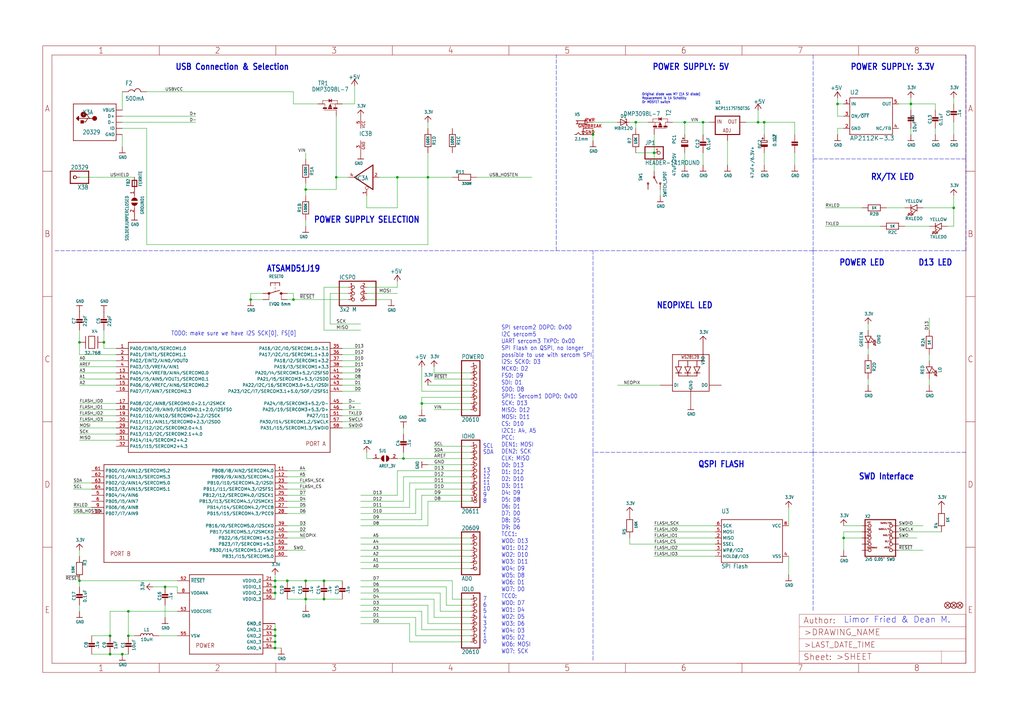
<source format=kicad_sch>
(kicad_sch (version 20211123) (generator eeschema)
  (paper "User" 425.45 299.161)
  (junction (at 104.14 124.46))
  (junction (at 127 78.74))
  (junction (at 33.02 241.3))
  (junction (at 350.52 223.52))
  (junction (at 167.64 190.5))
  (junction (at 165.1 73.66))
  (junction (at 127 248.92))
  (junction (at 177.8 73.66))
  (junction (at 114.3 261.62))
  (junction (at 264.16 50.8))
  (junction (at 114.3 243.84))
  (junction (at 119.38 241.3))
  (junction (at 347.98 43.18))
  (junction (at 33.02 142.24))
  (junction (at 43.18 142.24))
  (junction (at 114.3 241.3))
  (junction (at 271.78 63.5))
  (junction (at 45.72 271.78))
  (junction (at 284.48 50.8))
  (junction (at 114.3 269.24))
  (junction (at 114.3 246.38))
  (junction (at 134.62 248.92))
  (junction (at 396.24 86.36))
  (junction (at 314.96 50.8))
  (junction (at 378.46 43.18))
  (junction (at 139.7 73.66))
  (junction (at 246.38 55.88))
  (junction (at 317.5 50.8))
  (junction (at 127 241.3))
  (junction (at 114.3 264.16))
  (junction (at 68.58 243.84))
  (junction (at 53.34 254))
  (junction (at 53.34 264.16))
  (junction (at 45.72 264.16))
  (junction (at 50.8 271.78))
  (junction (at 175.26 167.64))
  (junction (at 114.3 266.7))
  (junction (at 121.92 124.46))
  (junction (at 292.1 50.8))
  (junction (at 134.62 241.3))
  (wire (pts (xy 144.78 73.66) (xy 139.7 73.66)))
  (wire (pts (xy 246.38 50.8) (xy 256.54 50.8)))
  (wire (pts (xy 373.38 223.52) (xy 381 223.52)))
  (wire (pts (xy 378.46 53.34) (xy 378.46 55.88)))
  (wire (pts (xy 121.92 43.18) (xy 132.08 43.18)))
  (wire (pts (xy 114.3 246.38) (xy 114.3 243.84)))
  (wire (pts (xy 68.58 243.84) (xy 73.66 243.84)))
  (wire (pts (xy 38.1 210.82) (xy 30.48 210.82)))
  (wire (pts (xy 170.18 210.82) (xy 149.86 210.82)))
  (wire (pts (xy 195.58 162.56) (xy 175.26 162.56)))
  (wire (pts (xy 53.34 254) (xy 53.34 264.16)))
  (wire (pts (xy 68.58 251.46) (xy 68.58 256.54)))
  (wire (pts (xy 38.1 264.16) (xy 45.72 264.16)))
  (wire (pts (xy 33.02 254) (xy 33.02 251.46)))
  (wire (pts (xy 347.98 40.64) (xy 347.98 43.18)))
  (wire (pts (xy 187.96 241.3) (xy 187.96 248.92)))
  (wire (pts (xy 121.92 121.92) (xy 121.92 124.46)))
  (polyline (pts (xy 337.82 187.96) (xy 246.38 187.96)))
  (wire (pts (xy 360.68 134.62) (xy 360.68 137.16)))
  (wire (pts (xy 147.32 43.18) (xy 147.32 35.56)))
  (wire (pts (xy 142.24 149.86) (xy 149.86 149.86)))
  (polyline (pts (xy 401.32 187.96) (xy 337.82 187.96)))
  (polyline (pts (xy 337.82 104.14) (xy 337.82 187.96)))
  (wire (pts (xy 297.18 228.6) (xy 271.78 228.6)))
  (wire (pts (xy 180.34 157.48) (xy 195.58 157.48)))
  (wire (pts (xy 119.38 228.6) (xy 127 228.6)))
  (wire (pts (xy 60.96 101.6) (xy 177.8 101.6)))
  (wire (pts (xy 119.38 203.2) (xy 127 203.2)))
  (wire (pts (xy 38.1 213.36) (xy 30.48 213.36)))
  (wire (pts (xy 139.7 78.74) (xy 139.7 73.66)))
  (wire (pts (xy 317.5 50.8) (xy 330.2 50.8)))
  (wire (pts (xy 114.3 259.08) (xy 114.3 261.62)))
  (wire (pts (xy 195.58 231.14) (xy 149.86 231.14)))
  (wire (pts (xy 393.7 93.98) (xy 396.24 93.98)))
  (wire (pts (xy 114.3 248.92) (xy 114.3 246.38)))
  (wire (pts (xy 50.8 55.88) (xy 50.8 60.96)))
  (wire (pts (xy 48.26 177.8) (xy 33.02 177.8)))
  (wire (pts (xy 45.72 254) (xy 45.72 264.16)))
  (polyline (pts (xy 246.38 104.14) (xy 231.14 104.14)))
  (wire (pts (xy 180.34 248.92) (xy 149.86 248.92)))
  (wire (pts (xy 292.1 63.5) (xy 292.1 68.58)))
  (wire (pts (xy 165.1 86.36) (xy 165.1 73.66)))
  (wire (pts (xy 175.26 205.74) (xy 175.26 215.9)))
  (wire (pts (xy 302.26 68.58) (xy 302.26 58.42)))
  (wire (pts (xy 330.2 63.5) (xy 330.2 68.58)))
  (wire (pts (xy 378.46 43.18) (xy 378.46 45.72)))
  (wire (pts (xy 73.66 243.84) (xy 73.66 246.38)))
  (wire (pts (xy 50.8 50.8) (xy 81.28 50.8)))
  (wire (pts (xy 60.96 53.34) (xy 60.96 101.6)))
  (wire (pts (xy 292.1 50.8) (xy 284.48 50.8)))
  (wire (pts (xy 149.86 233.68) (xy 195.58 233.68)))
  (wire (pts (xy 127 241.3) (xy 134.62 241.3)))
  (wire (pts (xy 358.14 86.36) (xy 342.9 86.36)))
  (wire (pts (xy 350.52 53.34) (xy 347.98 53.34)))
  (wire (pts (xy 358.14 223.52) (xy 350.52 223.52)))
  (wire (pts (xy 317.5 63.5) (xy 317.5 68.58)))
  (wire (pts (xy 368.3 86.36) (xy 375.92 86.36)))
  (wire (pts (xy 137.16 134.62) (xy 149.86 134.62)))
  (wire (pts (xy 48.26 160.02) (xy 33.02 160.02)))
  (wire (pts (xy 297.18 223.52) (xy 271.78 223.52)))
  (wire (pts (xy 350.52 220.98) (xy 350.52 223.52)))
  (wire (pts (xy 162.56 124.46) (xy 152.4 124.46)))
  (polyline (pts (xy 22.86 104.14) (xy 231.14 104.14)))
  (polyline (pts (xy 401.32 66.04) (xy 401.32 104.14)))
  (wire (pts (xy 388.62 53.34) (xy 388.62 55.88)))
  (wire (pts (xy 383.54 86.36) (xy 396.24 86.36)))
  (wire (pts (xy 149.86 218.44) (xy 177.8 218.44)))
  (wire (pts (xy 109.22 121.92) (xy 104.14 121.92)))
  (wire (pts (xy 152.4 86.36) (xy 165.1 86.36)))
  (wire (pts (xy 175.26 152.4) (xy 175.26 162.56)))
  (wire (pts (xy 264.16 53.34) (xy 264.16 50.8)))
  (wire (pts (xy 149.86 241.3) (xy 187.96 241.3)))
  (wire (pts (xy 185.42 243.84) (xy 149.86 243.84)))
  (wire (pts (xy 149.86 205.74) (xy 165.1 205.74)))
  (wire (pts (xy 182.88 246.38) (xy 182.88 254)))
  (wire (pts (xy 33.02 228.6) (xy 33.02 231.14)))
  (wire (pts (xy 109.22 124.46) (xy 104.14 124.46)))
  (wire (pts (xy 45.72 271.78) (xy 38.1 271.78)))
  (wire (pts (xy 119.38 220.98) (xy 127 220.98)))
  (wire (pts (xy 104.14 121.92) (xy 104.14 124.46)))
  (wire (pts (xy 165.1 73.66) (xy 177.8 73.66)))
  (wire (pts (xy 195.58 256.54) (xy 180.34 256.54)))
  (wire (pts (xy 142.24 147.32) (xy 149.86 147.32)))
  (wire (pts (xy 149.86 256.54) (xy 172.72 256.54)))
  (wire (pts (xy 165.1 119.38) (xy 152.4 119.38)))
  (wire (pts (xy 177.8 218.44) (xy 177.8 208.28)))
  (wire (pts (xy 33.02 243.84) (xy 33.02 241.3)))
  (wire (pts (xy 177.8 251.46) (xy 177.8 259.08)))
  (wire (pts (xy 127 93.98) (xy 127 91.44)))
  (wire (pts (xy 358.14 218.44) (xy 350.52 218.44)))
  (wire (pts (xy 167.64 198.12) (xy 195.58 198.12)))
  (polyline (pts (xy 401.32 22.86) (xy 401.32 66.04)))
  (wire (pts (xy 119.38 195.58) (xy 127 195.58)))
  (wire (pts (xy 142.24 154.94) (xy 149.86 154.94)))
  (wire (pts (xy 360.68 157.48) (xy 360.68 160.02)))
  (wire (pts (xy 114.3 243.84) (xy 114.3 241.3)))
  (polyline (pts (xy 337.82 66.04) (xy 401.32 66.04)))
  (wire (pts (xy 292.1 50.8) (xy 292.1 55.88)))
  (wire (pts (xy 175.26 261.62) (xy 175.26 254)))
  (wire (pts (xy 119.38 248.92) (xy 127 248.92)))
  (wire (pts (xy 116.84 269.24) (xy 114.3 269.24)))
  (wire (pts (xy 378.46 43.18) (xy 388.62 43.18)))
  (wire (pts (xy 53.34 271.78) (xy 50.8 271.78)))
  (wire (pts (xy 48.26 175.26) (xy 33.02 175.26)))
  (wire (pts (xy 149.86 251.46) (xy 177.8 251.46)))
  (wire (pts (xy 50.8 53.34) (xy 60.96 53.34)))
  (wire (pts (xy 114.3 261.62) (xy 114.3 264.16)))
  (wire (pts (xy 195.58 187.96) (xy 180.34 187.96)))
  (polyline (pts (xy 337.82 22.86) (xy 337.82 66.04)))
  (wire (pts (xy 48.26 154.94) (xy 33.02 154.94)))
  (wire (pts (xy 261.62 226.06) (xy 297.18 226.06)))
  (polyline (pts (xy 337.82 66.04) (xy 337.82 104.14)))
  (wire (pts (xy 271.78 63.5) (xy 264.16 63.5)))
  (wire (pts (xy 142.24 170.18) (xy 149.86 170.18)))
  (wire (pts (xy 142.24 152.4) (xy 149.86 152.4)))
  (wire (pts (xy 271.78 63.5) (xy 271.78 71.12)))
  (wire (pts (xy 43.18 144.78) (xy 43.18 142.24)))
  (wire (pts (xy 375.92 93.98) (xy 386.08 93.98)))
  (polyline (pts (xy 231.14 104.14) (xy 231.14 22.86)))
  (wire (pts (xy 180.34 256.54) (xy 180.34 248.92)))
  (wire (pts (xy 48.26 167.64) (xy 33.02 167.64)))
  (wire (pts (xy 274.32 160.02) (xy 256.54 160.02)))
  (wire (pts (xy 142.24 172.72) (xy 149.86 172.72)))
  (wire (pts (xy 274.32 78.74) (xy 274.32 81.28)))
  (wire (pts (xy 195.58 193.04) (xy 177.8 193.04)))
  (wire (pts (xy 195.58 200.66) (xy 170.18 200.66)))
  (wire (pts (xy 177.8 53.34) (xy 177.8 50.8)))
  (wire (pts (xy 195.58 167.64) (xy 175.26 167.64)))
  (wire (pts (xy 149.86 246.38) (xy 182.88 246.38)))
  (wire (pts (xy 170.18 266.7) (xy 170.18 259.08)))
  (wire (pts (xy 177.8 259.08) (xy 195.58 259.08)))
  (wire (pts (xy 114.3 241.3) (xy 119.38 241.3)))
  (wire (pts (xy 142.24 144.78) (xy 149.86 144.78)))
  (wire (pts (xy 152.4 81.28) (xy 152.4 86.36)))
  (wire (pts (xy 175.26 215.9) (xy 149.86 215.9)))
  (wire (pts (xy 119.38 218.44) (xy 127 218.44)))
  (wire (pts (xy 167.64 208.28) (xy 167.64 198.12)))
  (wire (pts (xy 127 81.28) (xy 127 78.74)))
  (wire (pts (xy 347.98 53.34) (xy 347.98 55.88)))
  (wire (pts (xy 220.98 73.66) (xy 198.12 73.66)))
  (wire (pts (xy 180.34 154.94) (xy 195.58 154.94)))
  (wire (pts (xy 48.26 170.18) (xy 33.02 170.18)))
  (wire (pts (xy 50.8 48.26) (xy 81.28 48.26)))
  (wire (pts (xy 149.86 228.6) (xy 195.58 228.6)))
  (wire (pts (xy 314.96 45.72) (xy 314.96 50.8)))
  (wire (pts (xy 127 66.04) (xy 127 63.5)))
  (wire (pts (xy 342.9 93.98) (xy 365.76 93.98)))
  (wire (pts (xy 172.72 264.16) (xy 195.58 264.16)))
  (wire (pts (xy 261.62 223.52) (xy 261.62 226.06)))
  (wire (pts (xy 350.52 48.26) (xy 347.98 48.26)))
  (wire (pts (xy 373.38 43.18) (xy 378.46 43.18)))
  (wire (pts (xy 195.58 190.5) (xy 167.64 190.5)))
  (wire (pts (xy 48.26 180.34) (xy 33.02 180.34)))
  (wire (pts (xy 314.96 50.8) (xy 317.5 50.8)))
  (wire (pts (xy 73.66 241.3) (xy 33.02 241.3)))
  (wire (pts (xy 119.38 241.3) (xy 127 241.3)))
  (wire (pts (xy 119.38 223.52) (xy 127 223.52)))
  (wire (pts (xy 119.38 210.82) (xy 127 210.82)))
  (wire (pts (xy 48.26 149.86) (xy 33.02 149.86)))
  (wire (pts (xy 60.96 38.1) (xy 121.92 38.1)))
  (wire (pts (xy 154.94 190.5) (xy 152.4 190.5)))
  (wire (pts (xy 170.18 200.66) (xy 170.18 210.82)))
  (wire (pts (xy 33.02 147.32) (xy 33.02 142.24)))
  (wire (pts (xy 134.62 248.92) (xy 142.24 248.92)))
  (wire (pts (xy 63.5 243.84) (xy 68.58 243.84)))
  (wire (pts (xy 127 78.74) (xy 139.7 78.74)))
  (wire (pts (xy 50.8 38.1) (xy 50.8 45.72)))
  (wire (pts (xy 195.58 165.1) (xy 175.26 165.1)))
  (wire (pts (xy 127 251.46) (xy 127 248.92)))
  (wire (pts (xy 48.26 144.78) (xy 43.18 144.78)))
  (wire (pts (xy 114.3 266.7) (xy 114.3 269.24)))
  (wire (pts (xy 177.8 73.66) (xy 187.96 73.66)))
  (wire (pts (xy 127 248.92) (xy 134.62 248.92)))
  (wire (pts (xy 177.8 63.5) (xy 177.8 73.66)))
  (wire (pts (xy 175.26 254) (xy 149.86 254)))
  (wire (pts (xy 180.34 170.18) (xy 195.58 170.18)))
  (wire (pts (xy 119.38 198.12) (xy 127 198.12)))
  (wire (pts (xy 73.66 264.16) (xy 66.04 264.16)))
  (wire (pts (xy 330.2 50.8) (xy 330.2 55.88)))
  (wire (pts (xy 187.96 248.92) (xy 195.58 248.92)))
  (wire (pts (xy 373.38 218.44) (xy 383.54 218.44)))
  (wire (pts (xy 144.78 119.38) (xy 134.62 119.38)))
  (wire (pts (xy 45.72 271.78) (xy 50.8 271.78)))
  (wire (pts (xy 38.1 203.2) (xy 30.48 203.2)))
  (wire (pts (xy 309.88 50.8) (xy 314.96 50.8)))
  (wire (pts (xy 177.8 101.6) (xy 177.8 73.66)))
  (wire (pts (xy 396.24 43.18) (xy 396.24 40.64)))
  (wire (pts (xy 33.02 142.24) (xy 33.02 137.16)))
  (wire (pts (xy 119.38 124.46) (xy 121.92 124.46)))
  (wire (pts (xy 195.58 266.7) (xy 170.18 266.7)))
  (wire (pts (xy 119.38 205.74) (xy 127 205.74)))
  (wire (pts (xy 114.3 264.16) (xy 114.3 266.7)))
  (wire (pts (xy 195.58 205.74) (xy 175.26 205.74)))
  (polyline (pts (xy 337.82 104.14) (xy 401.32 104.14)))
  (wire (pts (xy 119.38 200.66) (xy 127 200.66)))
  (wire (pts (xy 396.24 86.36) (xy 396.24 81.28)))
  (wire (pts (xy 137.16 121.92) (xy 137.16 134.62)))
  (wire (pts (xy 317.5 50.8) (xy 317.5 55.88)))
  (wire (pts (xy 48.26 147.32) (xy 33.02 147.32)))
  (wire (pts (xy 119.38 208.28) (xy 127 208.28)))
  (wire (pts (xy 142.24 241.3) (xy 134.62 241.3)))
  (wire (pts (xy 177.8 208.28) (xy 195.58 208.28)))
  (wire (pts (xy 360.68 147.32) (xy 360.68 144.78)))
  (wire (pts (xy 172.72 203.2) (xy 195.58 203.2)))
  (wire (pts (xy 119.38 213.36) (xy 127 213.36)))
  (wire (pts (xy 271.78 220.98) (xy 297.18 220.98)))
  (wire (pts (xy 43.18 137.16) (xy 43.18 142.24)))
  (polyline (pts (xy 337.82 187.96) (xy 337.82 254)))
  (wire (pts (xy 284.48 55.88) (xy 284.48 50.8)))
  (wire (pts (xy 172.72 256.54) (xy 172.72 264.16)))
  (wire (pts (xy 144.78 121.92) (xy 137.16 121.92)))
  (wire (pts (xy 48.26 172.72) (xy 33.02 172.72)))
  (wire (pts (xy 279.4 50.8) (xy 284.48 50.8)))
  (wire (pts (xy 119.38 121.92) (xy 121.92 121.92)))
  (wire (pts (xy 142.24 157.48) (xy 149.86 157.48)))
  (wire (pts (xy 167.64 208.28) (xy 149.86 208.28)))
  (wire (pts (xy 142.24 162.56) (xy 149.86 162.56)))
  (wire (pts (xy 195.58 261.62) (xy 175.26 261.62)))
  (wire (pts (xy 139.7 48.26) (xy 139.7 73.66)))
  (wire (pts (xy 149.86 223.52) (xy 195.58 223.52)))
  (wire (pts (xy 149.86 213.36) (xy 172.72 213.36)))
  (wire (pts (xy 144.78 124.46) (xy 121.92 124.46)))
  (wire (pts (xy 271.78 63.5) (xy 271.78 55.88)))
  (wire (pts (xy 182.88 254) (xy 195.58 254)))
  (wire (pts (xy 55.88 264.16) (xy 53.34 264.16)))
  (wire (pts (xy 327.66 210.82) (xy 327.66 218.44)))
  (wire (pts (xy 33.02 73.66) (xy 55.88 73.66)))
  (wire (pts (xy 347.98 48.26) (xy 347.98 43.18)))
  (wire (pts (xy 134.62 119.38) (xy 134.62 137.16)))
  (wire (pts (xy 373.38 228.6) (xy 383.54 228.6)))
  (wire (pts (xy 73.66 254) (xy 53.34 254)))
  (wire (pts (xy 284.48 68.58) (xy 284.48 63.5)))
  (wire (pts (xy 165.1 195.58) (xy 195.58 195.58)))
  (wire (pts (xy 165.1 116.84) (xy 165.1 119.38)))
  (wire (pts (xy 185.42 251.46) (xy 185.42 243.84)))
  (wire (pts (xy 386.08 132.08) (xy 386.08 137.16)))
  (wire (pts (xy 127 78.74) (xy 127 76.2)))
  (wire (pts (xy 180.34 152.4) (xy 180.34 154.94)))
  (wire (pts (xy 391.16 220.98) (xy 373.38 220.98)))
  (wire (pts (xy 396.24 50.8) (xy 396.24 55.88)))
  (polyline (pts (xy 337.82 104.14) (xy 246.38 104.14)))
  (wire (pts (xy 347.98 43.18) (xy 350.52 43.18)))
  (wire (pts (xy 167.64 180.34) (xy 167.64 177.8)))
  (wire (pts (xy 142.24 177.8) (xy 149.86 177.8)))
  (wire (pts (xy 142.24 175.26) (xy 149.86 175.26)))
  (wire (pts (xy 386.08 160.02) (xy 386.08 157.48)))
  (wire (pts (xy 294.64 50.8) (xy 292.1 50.8)))
  (wire (pts (xy 157.48 73.66) (xy 165.1 73.66)))
  (wire (pts (xy 38.1 200.66) (xy 30.48 200.66)))
  (wire (pts (xy 48.26 152.4) (xy 33.02 152.4)))
  (wire (pts (xy 48.26 182.88) (xy 33.02 182.88)))
  (polyline (pts (xy 246.38 187.96) (xy 246.38 104.14)))
  (wire (pts (xy 195.58 236.22) (xy 149.86 236.22)))
  (wire (pts (xy 378.46 40.64) (xy 378.46 43.18)))
  (wire (pts (xy 246.38 53.34) (xy 246.38 55.88)))
  (wire (pts (xy 152.4 121.92) (xy 165.1 121.92)))
  (wire (pts (xy 246.38 55.88) (xy 246.38 58.42)))
  (wire (pts (xy 350.52 223.52) (xy 350.52 228.6)))
  (wire (pts (xy 175.26 167.64) (xy 175.26 170.18)))
  (wire (pts (xy 327.66 238.76) (xy 327.66 231.14)))
  (wire (pts (xy 297.18 231.14) (xy 271.78 231.14)))
  (wire (pts (xy 195.58 251.46) (xy 185.42 251.46)))
  (wire (pts (xy 167.64 190.5) (xy 165.1 190.5)))
  (wire (pts (xy 121.92 38.1) (xy 121.92 43.18)))
  (wire (pts (xy 170.18 259.08) (xy 149.86 259.08)))
  (wire (pts (xy 195.58 160.02) (xy 177.8 160.02)))
  (wire (pts (xy 167.64 187.96) (xy 167.64 190.5)))
  (wire (pts (xy 142.24 43.18) (xy 147.32 43.18)))
  (wire (pts (xy 195.58 226.06) (xy 149.86 226.06)))
  (wire (pts (xy 195.58 185.42) (xy 180.34 185.42)))
  (wire (pts (xy 142.24 160.02) (xy 149.86 160.02)))
  (wire (pts (xy 386.08 147.32) (xy 386.08 149.86)))
  (wire (pts (xy 114.3 238.76) (xy 114.3 241.3)))
  (wire (pts (xy 297.18 218.44) (xy 271.78 218.44)))
  (wire (pts (xy 172.72 213.36) (xy 172.72 203.2)))
  (wire (pts (xy 261.62 50.8) (xy 264.16 50.8)))
  (wire (pts (xy 152.4 190.5) (xy 152.4 187.96)))
  (wire (pts (xy 142.24 167.64) (xy 149.86 167.64)))
  (wire (pts (xy 388.62 43.18) (xy 388.62 45.72)))
  (polyline (pts (xy 246.38 274.32) (xy 246.38 187.96)))
  (wire (pts (xy 358.14 220.98) (xy 350.52 220.98)))
  (wire (pts (xy 134.62 137.16) (xy 149.86 137.16)))
  (wire (pts (xy 264.16 50.8) (xy 269.24 50.8)))
  (wire (pts (xy 175.26 165.1) (xy 175.26 167.64)))
  (wire (pts (xy 165.1 205.74) (xy 165.1 195.58)))
  (wire (pts (xy 53.34 254) (xy 45.72 254)))
  (wire (pts (xy 396.24 93.98) (xy 396.24 86.36)))
  (wire (pts (xy 48.26 157.48) (xy 33.02 157.48)))
  (text "10" (at 200.66 203.2 180) (effects (font (size 1.778 1.5113)) (justify left)))
  (text "9" (at 200.66 205.74 180) (effects (font (size 1.778 1.5113)) (justify left)))
  (text "6" (at 200.66 251.46 180) (effects (font (size 1.778 1.5113)) (justify left)))
  (text "1" (at 200.66 264.16 180) (effects (font (size 1.778 1.5113)) (justify left)))
  (text "5" (at 200.66 254 180) (effects (font (size 1.778 1.5113)) (justify left)))
  (text "POWER SUPPLY: 5V" (at 287.02 27.94 180) (effects (font (size 2.54 2.159) (thickness 0.4318) bold)))
  (text "3" (at 200.66 259.08 180) (effects (font (size 1.778 1.5113)) (justify left)))
  (text "12" (at 200.66 198.12 180) (effects (font (size 1.778 1.5113)) (justify left)))
  (text "13" (at 200.66 195.58 180) (effects (font (size 1.778 1.5113)) (justify left)))
  (text "Original diode was M7 (1A Si diode)\nReplacement is 1A Schottky\nOr MOSFET switch" (at 266.7 43.18 0) (effects (font (size 1.016 0.8636)) (justify left bottom)))
  (text "7" (at 200.66 248.92 180) (effects (font (size 1.778 1.5113)) (justify left)))
  (text "2" (at 200.66 261.62 180) (effects (font (size 1.778 1.5113)) (justify left)))
  (text "POWER SUPPLY SELECTION" (at 152.4 91.44 180) (effects (font (size 2.54 2.159) (thickness 0.4318) bold)))
  (text "SDA" (at 200.66 187.96 180) (effects (font (size 1.778 1.5113)) (justify left)))
  (text "D13 LED" (at 388.62 109.22 180) (effects (font (size 2.54 2.159) (thickness 0.4318) bold)))
  (text "RX/TX LED" (at 370.84 73.66 180) (effects (font (size 2.54 2.159) (thickness 0.4318) bold)))
  (text "POWER SUPPLY: 3.3V" (at 370.84 27.94 180) (effects (font (size 2.54 2.159) (thickness 0.4318) bold)))
  (text "USB Connection & Selection" (at 96.52 27.94 180) (effects (font (size 2.54 2.159) (thickness 0.4318) bold)))
  (text "11" (at 200.66 200.66 180) (effects (font (size 1.778 1.5113)) (justify left)))
  (text "Limor Fried & Dean M." (at 350.52 259.08 180) (effects (font (size 2.54 2.54)) (justify left bottom)))
  (text "TODO: make sure we have I2S SCK[0], FS[0]" (at 71.12 139.7 180) (effects (font (size 1.778 1.5113)) (justify left bottom)))
  (text "4" (at 200.66 256.54 180) (effects (font (size 1.778 1.5113)) (justify left)))
  (text "ATSAMD51J19" (at 121.92 111.76 180) (effects (font (size 2.54 2.159) (thickness 0.4318) bold)))
  (text "NEOPIXEL LED" (at 284.48 127 180) (effects (font (size 2.54 2.159) (thickness 0.4318) bold)))
  (text "8" (at 200.66 208.28 180) (effects (font (size 1.778 1.5113)) (justify left)))
  (text "0" (at 200.66 266.7 180) (effects (font (size 1.778 1.5113)) (justify left)))
  (text "SWD Interface" (at 368.3 198.12 180) (effects (font (size 2.54 2.159) (thickness 0.4318) bold)))
  (text "QSPI FLASH" (at 299.72 193.04 180) (effects (font (size 2.54 2.159) (thickness 0.4318) bold)))
  (text "SCL" (at 200.66 185.42 180) (effects (font (size 1.778 1.5113)) (justify left)))
  (text "POWER LED" (at 358.14 109.22 180) (effects (font (size 2.54 2.159) (thickness 0.4318) bold)))
  (text "SPI sercom2 DOPO: 0x00\nI2C sercom5\nUART sercom3 TXPO: 0x00\nSPI Flash on QSPI, no longer\npossible to use with sercom SPI\nI2S: SCK0: D3\nMCK0: D2\nFS0: D9\nSDI: D1\nSDO: D8\nSPI1: Sercom1 DOPO: 0x00\nSCK: D13\nMISO: D12\nMOSI: D11\nCS: D10\nI2C1: A4, A5\nPCC:\nDEN1: MOSI\nDEN2: SCK\nCLK: MISO\nD0: D13\nD1: D12\nD2: D10\nD3: D11\nD4: D9\nD5: D8\nD6: D1\nD7: D0\nD8: D5\nD9: D6\nTCC1:\nWO0: D13\nWO1: D12\nWO2: D10\nWO3: D11\nWO4: D9\nWO5: D8\nWO6: D1\nWO7: D0\nTCC0:\nWO0: D7\nWO1: D4\nWO2: D5\nWO3: D6\nWO4: D3\nWO5: D2\nWO6: MOSI\nWO7: SCK\n" (at 208.28 271.78 0) (effects (font (size 1.778 1.5113)) (justify left bottom)))
  (label "D13" (at 386.08 137.16 90) (effects (font (size 1.2446 1.2446))))
  (label "A1" (at 154.94 233.68 0) (effects (font (size 1.2446 1.2446))))
  (label "SWDIO" (at 144.78 177.8 0) (effects (font (size 1.2446 1.2446))))
  (label "SWDIO" (at 373.38 218.44 0) (effects (font (size 1.2446 1.2446))))
  (label "RXLED" (at 342.9 86.36 0) (effects (font (size 1.2446 1.2446))))
  (label "A5" (at 154.94 223.52 0) (effects (font (size 1.2446 1.2446))))
  (label "SCK" (at 33.02 180.34 0) (effects (font (size 1.2446 1.2446))))
  (label "TXLED" (at 342.9 93.98 0) (effects (font (size 1.2446 1.2446))))
  (label "~{RESET}" (at 33.02 241.3 180) (effects (font (size 1.2446 1.2446))))
  (label "FLASH_IO0" (at 271.78 220.98 0) (effects (font (size 1.2446 1.2446))))
  (label "D11" (at 154.94 210.82 0) (effects (font (size 1.2446 1.2446))))
  (label "MOSI" (at 157.48 121.92 0) (effects (font (size 1.3513 1.3513))))
  (label "D13" (at 154.94 205.74 0) (effects (font (size 1.2446 1.2446))))
  (label "NEOPIX" (at 259.08 160.02 0) (effects (font (size 1.2446 1.2446))))
  (label "FLASH_IO3" (at 271.78 231.14 0) (effects (font (size 1.2446 1.2446))))
  (label "D+" (at 78.74 48.26 0) (effects (font (size 1.2446 1.2446))))
  (label "FLASH_SCK" (at 124.46 200.66 0) (effects (font (size 1.2446 1.2446))))
  (label "SWO" (at 373.38 223.52 0) (effects (font (size 1.2446 1.2446))))
  (label "D13" (at 180.34 195.58 0) (effects (font (size 1.3513 1.3513))))
  (label "TXLED" (at 144.78 172.72 0) (effects (font (size 1.2446 1.2446))))
  (label "D3" (at 154.94 251.46 0) (effects (font (size 1.2446 1.2446))))
  (label "A1" (at 33.02 157.48 0) (effects (font (size 1.2446 1.2446))))
  (label "VIN" (at 287.02 50.8 0) (effects (font (size 1.2446 1.2446))))
  (label "SCL" (at 30.48 203.2 0) (effects (font (size 1.2446 1.2446))))
  (label "FLASH_IO0" (at 33.02 167.64 0) (effects (font (size 1.2446 1.2446))))
  (label "FLASH_CS" (at 124.46 203.2 0) (effects (font (size 1.2446 1.2446))))
  (label "AREF" (at 33.02 152.4 0) (effects (font (size 1.2446 1.2446))))
  (label "D12" (at 180.34 198.12 0) (effects (font (size 1.3513 1.3513))))
  (label "MOSI" (at 33.02 177.8 0) (effects (font (size 1.2446 1.2446))))
  (label "SWCLK" (at 373.38 220.98 0) (effects (font (size 1.2446 1.2446))))
  (label "D5" (at 154.94 246.38 0) (effects (font (size 1.2446 1.2446))))
  (label "A5" (at 124.46 198.12 0) (effects (font (size 1.2446 1.2446))))
  (label "D7" (at 154.94 241.3 0) (effects (font (size 1.2446 1.2446))))
  (label "D2" (at 154.94 254 0) (effects (font (size 1.2446 1.2446))))
  (label "USHIELD" (at 45.72 73.66 0) (effects (font (size 1.2446 1.2446))))
  (label "FLASH_SCK" (at 271.78 218.44 0) (effects (font (size 1.2446 1.2446))))
  (label "FLASH_IO2" (at 33.02 172.72 0) (effects (font (size 1.2446 1.2446))))
  (label "D12" (at 154.94 208.28 0) (effects (font (size 1.2446 1.2446))))
  (label "D-" (at 144.78 167.64 0) (effects (font (size 1.2446 1.2446))))
  (label "FLASH_IO2" (at 271.78 228.6 0) (effects (font (size 1.2446 1.2446))))
  (label "~{RESET}" (at 124.46 124.46 0) (effects (font (size 1.3513 1.3513))))
  (label "FLASH_IO1" (at 33.02 170.18 0) (effects (font (size 1.2446 1.2446))))
  (label "D+" (at 144.78 170.18 0) (effects (font (size 1.2446 1.2446))))
  (label "D12" (at 147.32 147.32 0) (effects (font (size 1.2446 1.2446))))
  (label "A2" (at 33.02 160.02 0) (effects (font (size 1.2446 1.2446))))
  (label "D9" (at 147.32 154.94 0) (effects (font (size 1.2446 1.2446))))
  (label "D2" (at 124.46 220.98 0) (effects (font (size 1.2446 1.2446))))
  (label "~{RESET}" (at 373.38 228.6 0) (effects (font (size 1.2446 1.2446))))
  (label "D10" (at 154.94 213.36 0) (effects (font (size 1.2446 1.2446))))
  (label "A4" (at 124.46 195.58 0) (effects (font (size 1.2446 1.2446))))
  (label "A0" (at 154.94 236.22 0) (effects (font (size 1.2446 1.2446))))
  (label "SDA" (at 30.48 200.66 0) (effects (font (size 1.2446 1.2446))))
  (label "USB_HOSTEN" (at 30.48 213.36 0) (effects (font (size 1.2446 1.2446))))
  (label "D0" (at 147.32 162.56 0) (effects (font (size 1.2446 1.2446))))
  (label "D0" (at 154.94 259.08 0) (effects (font (size 1.2446 1.2446))))
  (label "D10" (at 180.34 203.2 0) (effects (font (size 1.3513 1.3513))))
  (label "RXLED" (at 30.48 210.82 0) (effects (font (size 1.2446 1.2446))))
  (label "~{RESET}" (at 180.34 157.48 0) (effects (font (size 1.1735 1.1735))))
  (label "D1" (at 154.94 256.54 0) (effects (font (size 1.2446 1.2446))))
  (label "USBVCC" (at 68.58 38.1 0) (effects (font (size 1.2446 1.2446))))
  (label "D11" (at 147.32 152.4 0) (effects (font (size 1.2446 1.2446))))
  (label "AREF" (at 180.34 190.5 0) (effects (font (size 1.3513 1.3513))))
  (label "FLASH_IO1" (at 271.78 223.52 0) (effects (font (size 1.2446 1.2446))))
  (label "FLASH_CS" (at 271.78 226.06 0) (effects (font (size 1.2446 1.2446))))
  (label "VIN" (at 180.34 170.18 0) (effects (font (size 1.2446 1.2446))))
  (label "D9" (at 154.94 215.9 0) (effects (font (size 1.2446 1.2446))))
  (label "A0" (at 33.02 149.86 0) (effects (font (size 1.2446 1.2446))))
  (label "D11" (at 180.34 200.66 0) (effects (font (size 1.3513 1.3513))))
  (label "D6" (at 154.94 243.84 0) (effects (font (size 1.2446 1.2446))))
  (label "D8" (at 180.34 208.28 0) (effects (font (size 1.3513 1.3513))))
  (label "D-" (at 78.74 50.8 0) (effects (font (size 1.2446 1.2446))))
  (label "SWCLK" (at 144.78 175.26 0) (effects (font (size 1.2446 1.2446))))
  (label "SCK" (at 139.7 134.62 0) (effects (font (size 1.3513 1.3513))))
  (label "A4" (at 154.94 226.06 0) (effects (font (size 1.2446 1.2446))))
  (label "D10" (at 147.32 149.86 0) (effects (font (size 1.2446 1.2446))))
  (label "SDA" (at 180.34 187.96 0) (effects (font (size 1.2446 1.2446))))
  (label "D8" (at 147.32 157.48 0) (effects (font (size 1.2446 1.2446))))
  (label "VIN" (at 127 63.5 180) (effects (font (size 1.2446 1.2446))))
  (label "D4" (at 154.94 248.92 0) (effects (font (size 1.2446 1.2446))))
  (label "MISO" (at 33.02 182.88 0) (effects (font (size 1.2446 1.2446))))
  (label "FLASH_IO3" (at 33.02 175.26 0) (effects (font (size 1.2446 1.2446))))
  (label "D13" (at 147.32 144.78 0) (effects (font (size 1.2446 1.2446))))
  (label "D1" (at 147.32 160.02 0) (effects (font (size 1.2446 1.2446))))
  (label "MISO" (at 139.7 137.16 0) (effects (font (size 1.3513 1.3513))))
  (label "SCL" (at 180.34 185.42 0) (effects (font (size 1.2446 1.2446))))
  (label "GND" (at 180.34 193.04 0) (effects (font (size 1.3513 1.3513))))
  (label "A2" (at 154.94 231.14 0) (effects (font (size 1.2446 1.2446))))
  (label "D3" (at 124.46 218.44 0) (effects (font (size 1.2446 1.2446))))
  (label "D9" (at 180.34 205.74 0) (effects (font (size 1.3513 1.3513))))
  (label "NEOPIX" (at 124.46 223.52 0) (effects (font (size 1.2446 1.2446))))
  (label "D7" (at 124.46 205.74 0) (effects (font (size 1.2446 1.2446))))
  (label "A3" (at 154.94 228.6 0) (effects (font (size 1.2446 1.2446))))
  (label "USB_HOSTEN" (at 203.2 73.66 0) (effects (font (size 1.2446 1.2446))))
  (label "D8" (at 154.94 218.44 0) (effects (font (size 1.2446 1.2446))))
  (label "SWO" (at 121.92 228.6 0) (effects (font (size 1.2446 1.2446))))
  (label "D4" (at 124.46 208.28 0) (effects (font (size 1.2446 1.2446))))
  (label "D6" (at 124.46 213.36 0) (effects (font (size 1.2446 1.2446))))
  (label "D5" (at 124.46 210.82 0) (effects (font (size 1.2446 1.2446))))
  (label "A3" (at 33.02 154.94 0) (effects (font (size 1.2446 1.2446))))
  (symbol (lib_id "eagleSchem-eagle-import:RESISTOR_0603_NOOUT") (at 264.16 58.42 90) (unit 1)
    (property "Reference" "R7" (at 261.62 58.42 0))
    (property "Value" "10K" (at 264.16 58.42 0) (effects (font (size 1.016 1.016) bold)))
    (property "Footprint" "eagleSchem:0603-NO" (effects hide))
  )
  (symbol (lib_id "eagleSchem-eagle-import:CAP_CERAMIC0603_NO") (at 43.18 132.08 0) (mirror x) (unit 1)
    (property "Reference" "C5" (at 40.89 133.33 90))
    (property "Value" "22pF" (at 45.48 133.33 90))
    (property "Footprint" "eagleSchem:0603-NO" (effects hide))
  )
  (symbol (lib_id "eagleSchem-eagle-import:CAP_CERAMIC0603_NO") (at 127 243.84 0) (mirror x) (unit 1)
    (property "Reference" "C11" (at 124.71 245.09 90))
    (property "Value" ".1u" (at 129.3 245.09 90))
    (property "Footprint" "eagleSchem:0603-NO" (effects hide))
  )
  (symbol (lib_id "eagleSchem-eagle-import:3.3V") (at 396.24 38.1 0) (unit 1)
    (property "Reference" "#U$9" (effects hide))
    (property "Value" "3.3V" (at 394.716 37.084 0) (effects (font (size 1.27 1.0795)) (justify left bottom)))
    (property "Footprint" "eagleSchem:" (effects hide))
  )
  (symbol (lib_id "eagleSchem-eagle-import:GND") (at 68.58 259.08 0) (unit 1)
    (property "Reference" "#U$19" (effects hide))
    (property "Value" "GND" (at 67.056 261.62 0) (effects (font (size 1.27 1.0795)) (justify left bottom)))
    (property "Footprint" "eagleSchem:" (effects hide))
  )
  (symbol (lib_id "eagleSchem-eagle-import:RESISTOR_4PACK") (at 177.8 58.42 270) (unit 4)
    (property "Reference" "R1" (at 180.34 58.42 0))
    (property "Value" "100K" (at 177.8 58.42 0) (effects (font (size 1.016 1.016) bold)))
    (property "Footprint" "eagleSchem:RESPACK_4X0603" (effects hide))
  )
  (symbol (lib_id "eagleSchem-eagle-import:741G125DBV") (at 152.4 73.66 180) (unit 1)
    (property "Reference" "IC3" (at 153.035 73.025 0) (effects (font (size 1.778 1.5113)) (justify left bottom)))
    (property "Value" "74LVC1G125D" (effects hide))
    (property "Footprint" "eagleSchem:SOT23-5" (effects hide))
  )
  (symbol (lib_id "eagleSchem-eagle-import:JTAG-CORTEXBOXPOSTS") (at 365.76 223.52 0) (unit 1)
    (property "Reference" "X2" (at 359.41 215.265 0) (effects (font (size 1.27 1.0795)) (justify left bottom)))
    (property "Value" "2x5 0.05\" SWD" (at 359.41 233.045 0) (effects (font (size 1.27 1.0795)) (justify left bottom)))
    (property "Footprint" "eagleSchem:2X05_1.27MM_BOX_POSTS" (effects hide))
  )
  (symbol (lib_id "eagleSchem-eagle-import:CAP_CERAMIC0603_NO") (at 292.1 60.96 0) (unit 1)
    (property "Reference" "C12" (at 289.81 59.71 90))
    (property "Value" "0.1uF" (at 294.4 59.71 90))
    (property "Footprint" "eagleSchem:0603-NO" (effects hide))
  )
  (symbol (lib_id "eagleSchem-eagle-import:3.3V") (at 177.8 157.48 0) (unit 1)
    (property "Reference" "#U$8" (effects hide))
    (property "Value" "3.3V" (at 176.276 156.464 0) (effects (font (size 1.27 1.0795)) (justify left bottom)))
    (property "Footprint" "eagleSchem:" (effects hide))
  )
  (symbol (lib_id "eagleSchem-eagle-import:GND") (at 350.52 231.14 0) (unit 1)
    (property "Reference" "#GND3" (effects hide))
    (property "Value" "GND" (at 348.996 233.68 0) (effects (font (size 1.27 1.0795)) (justify left bottom)))
    (property "Footprint" "eagleSchem:" (effects hide))
  )
  (symbol (lib_id "eagleSchem-eagle-import:HEADER-2X3") (at 149.86 121.92 0) (unit 1)
    (property "Reference" "ICSP0" (at 140.97 116.205 0) (effects (font (size 1.778 1.5113)) (justify left bottom)))
    (property "Value" "3x2 M" (at 140.97 129.54 0) (effects (font (size 1.778 1.5113)) (justify left bottom)))
    (property "Footprint" "eagleSchem:2X03_ROUND_70MIL" (effects hide))
  )
  (symbol (lib_id "eagleSchem-eagle-import:+5V") (at 147.32 33.02 0) (unit 1)
    (property "Reference" "#P+8" (effects hide))
    (property "Value" "+5V" (at 144.78 33.02 0) (effects (font (size 1.778 1.5113)) (justify left bottom)))
    (property "Footprint" "eagleSchem:" (effects hide))
  )
  (symbol (lib_id "eagleSchem-eagle-import:3.3V") (at 360.68 132.08 0) (unit 1)
    (property "Reference" "#U$21" (effects hide))
    (property "Value" "3.3V" (at 359.156 131.064 0) (effects (font (size 1.27 1.0795)) (justify left bottom)))
    (property "Footprint" "eagleSchem:" (effects hide))
  )
  (symbol (lib_id "eagleSchem-eagle-import:CAP_CERAMIC0805-NOOUTLINE") (at 330.2 58.42 180) (unit 1)
    (property "Reference" "C2" (at 322.58 58.42 90) (effects (justify right top)))
    (property "Value" "0.1uF" (at 322.58 60.96 90) (effects (justify right top)))
    (property "Footprint" "eagleSchem:0805-NO" (effects hide))
  )
  (symbol (lib_id "eagleSchem-eagle-import:CAP_CERAMIC0603_NO") (at 142.24 243.84 0) (mirror x) (unit 1)
    (property "Reference" "C15" (at 139.95 245.09 90))
    (property "Value" ".1u" (at 144.54 245.09 90))
    (property "Footprint" "eagleSchem:0603-NO" (effects hide))
  )
  (symbol (lib_id "eagleSchem-eagle-import:GND") (at 378.46 58.42 0) (unit 1)
    (property "Reference" "#GND21" (effects hide))
    (property "Value" "GND" (at 376.936 60.96 0) (effects (font (size 1.27 1.0795)) (justify left bottom)))
    (property "Footprint" "eagleSchem:" (effects hide))
  )
  (symbol (lib_id "eagleSchem-eagle-import:CAP_CERAMIC0603_NO") (at 119.38 243.84 0) (mirror x) (unit 1)
    (property "Reference" "C10" (at 117.09 245.09 90))
    (property "Value" ".1u" (at 121.68 245.09 90))
    (property "Footprint" "eagleSchem:0603-NO" (effects hide))
  )
  (symbol (lib_id "eagleSchem-eagle-import:3.3V") (at 152.4 185.42 0) (unit 1)
    (property "Reference" "#U$16" (effects hide))
    (property "Value" "3.3V" (at 150.876 184.404 0) (effects (font (size 1.27 1.0795)) (justify left bottom)))
    (property "Footprint" "eagleSchem:" (effects hide))
  )
  (symbol (lib_id "eagleSchem-eagle-import:LED0805_NOOUTLINE") (at 386.08 154.94 270) (unit 1)
    (property "Reference" "L0" (at 390.525 153.67 0))
    (property "Value" "RED" (at 383.286 153.67 0))
    (property "Footprint" "eagleSchem:CHIPLED_0805_NOOUTLINE" (effects hide))
  )
  (symbol (lib_id "eagleSchem-eagle-import:CAP_CERAMIC0603_NO") (at 134.62 243.84 0) (mirror x) (unit 1)
    (property "Reference" "C14" (at 132.33 245.09 90))
    (property "Value" ".1u" (at 136.92 245.09 90))
    (property "Footprint" "eagleSchem:0603-NO" (effects hide))
  )
  (symbol (lib_id "eagleSchem-eagle-import:RESISTOR_4PACK") (at 370.84 93.98 180) (unit 3)
    (property "Reference" "R2" (at 370.84 96.52 0))
    (property "Value" "1K" (at 370.84 93.98 0) (effects (font (size 1.016 1.016) bold)))
    (property "Footprint" "eagleSchem:RESPACK_4X0603" (effects hide))
  )
  (symbol (lib_id "eagleSchem-eagle-import:DIODE-SCHOTTKYSOD-123") (at 259.08 50.8 0) (unit 1)
    (property "Reference" "D1" (at 259.08 48.26 0))
    (property "Value" "MBR120" (at 259.08 53.3 0))
    (property "Footprint" "eagleSchem:SOD-123" (effects hide))
  )
  (symbol (lib_id "eagleSchem-eagle-import:3.3V") (at 378.46 38.1 0) (unit 1)
    (property "Reference" "#U$2" (effects hide))
    (property "Value" "3.3V" (at 376.936 37.084 0) (effects (font (size 1.27 1.0795)) (justify left bottom)))
    (property "Footprint" "eagleSchem:" (effects hide))
  )
  (symbol (lib_id "eagleSchem-eagle-import:SOLDERJUMPERCLOSED") (at 55.88 83.82 270) (unit 1)
    (property "Reference" "GROUND1" (at 58.42 81.28 0) (effects (font (size 1.27 1.0795)) (justify left bottom)))
    (property "Value" "SOLDERJUMPERCLOSED" (at 52.07 81.28 0) (effects (font (size 1.27 1.0795)) (justify left bottom)))
    (property "Footprint" "eagleSchem:SOLDERJUMPER_CLOSEDWIRE" (effects hide))
  )
  (symbol (lib_id "eagleSchem-eagle-import:3.3V") (at 177.8 48.26 0) (unit 1)
    (property "Reference" "#U$20" (effects hide))
    (property "Value" "3.3V" (at 176.276 47.244 0) (effects (font (size 1.27 1.0795)) (justify left bottom)))
    (property "Footprint" "eagleSchem:" (effects hide))
  )
  (symbol (lib_id "eagleSchem-eagle-import:SWITCH_TACT_SMT") (at 114.3 121.92 0) (unit 1)
    (property "Reference" "RESET0" (at 111.76 115.57 0) (effects (font (size 1.27 1.0795)) (justify left bottom)))
    (property "Value" "EVQQ 6mm" (at 111.76 127 0) (effects (font (size 1.27 1.0795)) (justify left bottom)))
    (property "Footprint" "eagleSchem:EVQ-Q2" (effects hide))
  )
  (symbol (lib_id "eagleSchem-eagle-import:+5V") (at 165.1 114.3 0) (unit 1)
    (property "Reference" "#P+2" (effects hide))
    (property "Value" "+5V" (at 167.005 111.76 0) (effects (font (size 1.778 1.5113)) (justify right top)))
    (property "Footprint" "eagleSchem:" (effects hide))
  )
  (symbol (lib_id "eagleSchem-eagle-import:CAP_ELECTROLYTICPANASONIC_D") (at 317.5 60.96 0) (unit 1)
    (property "Reference" "PC2" (at 314.96 57.8866 90) (effects (justify right top)))
    (property "Value" "47uF+/6.3V+" (at 311.8866 60.706 90) (effects (justify right top)))
    (property "Footprint" "eagleSchem:PANASONIC_D" (effects hide))
  )
  (symbol (lib_id "eagleSchem-eagle-import:GND") (at 360.68 162.56 0) (unit 1)
    (property "Reference" "#GND14" (effects hide))
    (property "Value" "GND" (at 359.156 165.1 0) (effects (font (size 1.27 1.0795)) (justify left bottom)))
    (property "Footprint" "eagleSchem:" (effects hide))
  )
  (symbol (lib_id "eagleSchem-eagle-import:+5V") (at 347.98 38.1 0) (unit 1)
    (property "Reference" "#P+13" (effects hide))
    (property "Value" "+5V" (at 349.885 35.56 0) (effects (font (size 1.778 1.5113)) (justify right top)))
    (property "Footprint" "eagleSchem:" (effects hide))
  )
  (symbol (lib_id "eagleSchem-eagle-import:LED0805_NOOUTLINE") (at 388.62 93.98 180) (unit 1)
    (property "Reference" "TXLED0" (at 389.89 98.425 0))
    (property "Value" "YELLOW" (at 389.89 91.186 0))
    (property "Footprint" "eagleSchem:CHIPLED_0805_NOOUTLINE" (effects hide))
  )
  (symbol (lib_id "eagleSchem-eagle-import:LM1117SOT223-REFLOW") (at 302.26 50.8 0) (unit 1)
    (property "Reference" "U1" (at 297.18 43.18 0) (effects (font (size 1.27 1.0795)) (justify left bottom)))
    (property "Value" "NCP1117ST50T3G" (at 297.18 45.72 0) (effects (font (size 1.27 1.0795)) (justify left bottom)))
    (property "Footprint" "eagleSchem:SOT223-R" (effects hide))
  )
  (symbol (lib_id "eagleSchem-eagle-import:HEADER-1X6OVALWAVE") (at 198.12 228.6 0) (mirror x) (unit 1)
    (property "Reference" "AD0" (at 191.77 239.395 0) (effects (font (size 1.778 1.5113)) (justify left bottom)))
    (property "Value" "20609" (at 191.77 218.44 0) (effects (font (size 1.778 1.5113)) (justify left bottom)))
    (property "Footprint" "eagleSchem:1X06_OVALWAVE" (effects hide))
  )
  (symbol (lib_id "eagleSchem-eagle-import:CAP_CERAMIC0603_NO") (at 167.64 182.88 0) (mirror x) (unit 1)
    (property "Reference" "C4" (at 165.35 184.13 90))
    (property "Value" ".1u" (at 169.94 184.13 90))
    (property "Footprint" "eagleSchem:0603-NO" (effects hide))
  )
  (symbol (lib_id "eagleSchem-eagle-import:ATSAMD51J") (at 78.74 162.56 0) (unit 1)
    (property "Reference" "U$1" (effects hide))
    (property "Value" "ATSAMD51J" (effects hide))
    (property "Footprint" "eagleSchem:PQFN64-1" (effects hide))
  )
  (symbol (lib_id "eagleSchem-eagle-import:RESISTOR_4PACK") (at 360.68 152.4 270) (unit 4)
    (property "Reference" "R2" (at 363.22 152.4 0))
    (property "Value" "1K" (at 360.68 152.4 0) (effects (font (size 1.016 1.016) bold)))
    (property "Footprint" "eagleSchem:RESPACK_4X0603" (effects hide))
  )
  (symbol (lib_id "eagleSchem-eagle-import:GND") (at 284.48 71.12 0) (unit 1)
    (property "Reference" "#GND9" (effects hide))
    (property "Value" "GND" (at 282.956 73.66 0) (effects (font (size 1.27 1.0795)) (justify left bottom)))
    (property "Footprint" "eagleSchem:" (effects hide))
  )
  (symbol (lib_id "eagleSchem-eagle-import:RESISTOR_0603_NOOUT") (at 193.04 73.66 0) (unit 1)
    (property "Reference" "R11" (at 189.23 72.1614 0) (effects (justify left bottom)))
    (property "Value" "330R" (at 191.77 76.962 0) (effects (font (size 1.016 1.016) bold) (justify left bottom)))
    (property "Footprint" "eagleSchem:0603-NO" (effects hide))
  )
  (symbol (lib_id "eagleSchem-eagle-import:GND") (at 33.02 256.54 0) (unit 1)
    (property "Reference" "#U$22" (effects hide))
    (property "Value" "GND" (at 31.496 259.08 0) (effects (font (size 1.27 1.0795)) (justify left bottom)))
    (property "Footprint" "eagleSchem:" (effects hide))
  )
  (symbol (lib_id "eagleSchem-eagle-import:RESISTOR_4PACK") (at 363.22 86.36 180) (unit 2)
    (property "Reference" "R2" (at 363.22 88.9 0))
    (property "Value" "1K" (at 363.22 86.36 0) (effects (font (size 1.016 1.016) bold)))
    (property "Footprint" "eagleSchem:RESPACK_4X0603" (effects hide))
  )
  (symbol (lib_id "eagleSchem-eagle-import:+5V") (at 314.96 43.18 0) (unit 1)
    (property "Reference" "#P+14" (effects hide))
    (property "Value" "+5V" (at 313.055 43.18 0) (effects (font (size 1.778 1.5113)) (justify left bottom)))
    (property "Footprint" "eagleSchem:" (effects hide))
  )
  (symbol (lib_id "eagleSchem-eagle-import:GND") (at 43.18 127 0) (mirror x) (unit 1)
    (property "Reference" "#U$5" (effects hide))
    (property "Value" "GND" (at 41.656 124.46 0) (effects (font (size 1.27 1.0795)) (justify left bottom)))
    (property "Footprint" "eagleSchem:" (effects hide))
  )
  (symbol (lib_id "eagleSchem-eagle-import:GND") (at 162.56 127 0) (unit 1)
    (property "Reference" "#GND1" (effects hide))
    (property "Value" "GND" (at 161.036 129.54 0) (effects (font (size 1.27 1.0795)) (justify left bottom)))
    (property "Footprint" "eagleSchem:" (effects hide))
  )
  (symbol (lib_id "eagleSchem-eagle-import:CAP_CERAMIC0805-NOOUTLINE") (at 53.34 269.24 0) (unit 1)
    (property "Reference" "C1" (at 51.05 267.99 90))
    (property "Value" "10uF" (at 55.64 267.99 90))
    (property "Footprint" "eagleSchem:0805-NO" (effects hide))
  )
  (symbol (lib_id "eagleSchem-eagle-import:RESISTOR_4PACK") (at 127 86.36 90) (unit 2)
    (property "Reference" "R1" (at 124.46 86.36 0))
    (property "Value" "100K" (at 127 86.36 0) (effects (font (size 1.016 1.016) bold)))
    (property "Footprint" "eagleSchem:RESPACK_4X0603" (effects hide))
  )
  (symbol (lib_id "eagleSchem-eagle-import:3.3V") (at 350.52 215.9 0) (unit 1)
    (property "Reference" "#U$4" (effects hide))
    (property "Value" "3.3V" (at 348.996 214.884 0) (effects (font (size 1.27 1.0795)) (justify left bottom)))
    (property "Footprint" "eagleSchem:" (effects hide))
  )
  (symbol (lib_id "eagleSchem-eagle-import:3.3V") (at 33.02 226.06 0) (unit 1)
    (property "Reference" "#U$15" (effects hide))
    (property "Value" "3.3V" (at 31.496 225.044 0) (effects (font (size 1.27 1.0795)) (justify left bottom)))
    (property "Footprint" "eagleSchem:" (effects hide))
  )
  (symbol (lib_id "eagleSchem-eagle-import:3.3V") (at 292.1 139.7 0) (unit 1)
    (property "Reference" "#U$29" (effects hide))
    (property "Value" "3.3V" (at 290.576 138.684 0) (effects (font (size 1.27 1.0795)) (justify left bottom)))
    (property "Footprint" "eagleSchem:" (effects hide))
  )
  (symbol (lib_id "eagleSchem-eagle-import:CAP_ELECTROLYTICPANASONIC_D") (at 284.48 60.96 0) (unit 1)
    (property "Reference" "PC1" (at 279.4 55.88 90) (effects (justify right top)))
    (property "Value" "47uF/25V" (at 279.4 63.5 90) (effects (justify right top)))
    (property "Footprint" "eagleSchem:PANASONIC_D" (effects hide))
  )
  (symbol (lib_id "eagleSchem-eagle-import:GND") (at 388.62 58.42 0) (unit 1)
    (property "Reference" "#GND26" (effects hide))
    (property "Value" "GND" (at 387.096 60.96 0) (effects (font (size 1.27 1.0795)) (justify left bottom)))
    (property "Footprint" "eagleSchem:" (effects hide))
  )
  (symbol (lib_id "eagleSchem-eagle-import:GND") (at 317.5 71.12 0) (unit 1)
    (property "Reference" "#GND10" (effects hide))
    (property "Value" "GND" (at 315.976 73.66 0) (effects (font (size 1.27 1.0795)) (justify left bottom)))
    (property "Footprint" "eagleSchem:" (effects hide))
  )
  (symbol (lib_id "eagleSchem-eagle-import:SOLDERJUMPERCLOSED") (at 160.02 190.5 0) (unit 1)
    (property "Reference" "SJ1" (at 157.48 187.96 0) (effects (font (size 1.27 1.0795)) (justify left bottom)))
    (property "Value" "AREF_3V" (at 157.48 194.31 0) (effects (font (size 1.27 1.0795)) (justify left bottom)))
    (property "Footprint" "eagleSchem:SOLDERJUMPER_CLOSEDWIRE" (effects hide))
  )
  (symbol (lib_id "eagleSchem-eagle-import:LED0805_NOOUTLINE") (at 378.46 86.36 180) (unit 1)
    (property "Reference" "RXLED0" (at 379.73 90.805 0))
    (property "Value" "YELLOW" (at 379.73 83.566 0))
    (property "Footprint" "eagleSchem:CHIPLED_0805_NOOUTLINE" (effects hide))
  )
  (symbol (lib_id "eagleSchem-eagle-import:GND") (at 347.98 58.42 0) (unit 1)
    (property "Reference" "#GND4" (effects hide))
    (property "Value" "GND" (at 346.456 60.96 0) (effects (font (size 1.27 1.0795)) (justify left bottom)))
    (property "Footprint" "eagleSchem:" (effects hide))
  )
  (symbol (lib_id "eagleSchem-eagle-import:+5V") (at 175.26 149.86 0) (unit 1)
    (property "Reference" "#P+4" (effects hide))
    (property "Value" "+5V" (at 177.165 147.32 0) (effects (font (size 1.778 1.5113)) (justify right top)))
    (property "Footprint" "eagleSchem:" (effects hide))
  )
  (symbol (lib_id "eagleSchem-eagle-import:GND") (at 287.02 170.18 0) (unit 1)
    (property "Reference" "#GND15" (effects hide))
    (property "Value" "GND" (at 285.496 172.72 0) (effects (font (size 1.27 1.0795)) (justify left bottom)))
    (property "Footprint" "eagleSchem:" (effects hide))
  )
  (symbol (lib_id "eagleSchem-eagle-import:3.3V") (at 261.62 210.82 0) (unit 1)
    (property "Reference" "#U$28" (effects hide))
    (property "Value" "3.3V" (at 260.096 209.804 0) (effects (font (size 1.27 1.0795)) (justify left bottom)))
    (property "Footprint" "eagleSchem:" (effects hide))
  )
  (symbol (lib_id "eagleSchem-eagle-import:WS2812B3535") (at 287.02 157.48 0) (unit 1)
    (property "Reference" "LED1" (effects hide))
    (property "Value" "WS2812B3535" (effects hide))
    (property "Footprint" "eagleSchem:LED3535" (effects hide))
  )
  (symbol (lib_id "eagleSchem-eagle-import:XTAL-3.2X1.5") (at 38.1 142.24 0) (mirror y) (unit 1)
    (property "Reference" "X4" (at 40.64 138.43 0) (effects (justify left bottom)))
    (property "Value" "32.768" (at 41.91 147.32 0) (effects (justify left bottom)))
    (property "Footprint" "eagleSchem:XTAL3215" (effects hide))
  )
  (symbol (lib_id "eagleSchem-eagle-import:3.3V") (at 149.86 45.72 0) (unit 1)
    (property "Reference" "#U$7" (effects hide))
    (property "Value" "3.3V" (at 148.336 44.704 0) (effects (font (size 1.27 1.0795)) (justify left bottom)))
    (property "Footprint" "eagleSchem:" (effects hide))
  )
  (symbol (lib_id "eagleSchem-eagle-import:PMOSSOT23") (at 274.32 50.8 270) (mirror x) (unit 1)
    (property "Reference" "T2" (at 276.86 48.26 0) (effects (font (size 1.778 1.5113)) (justify left bottom)))
    (property "Value" "DMP3098L-7" (at 274.32 48.26 90) (effects (font (size 1.778 1.5113)) (justify right top)))
    (property "Footprint" "eagleSchem:SOT-23" (effects hide))
  )
  (symbol (lib_id "eagleSchem-eagle-import:FIDUCIAL_1MM") (at 396.24 251.46 0) (unit 1)
    (property "Reference" "FD3" (effects hide))
    (property "Value" "FIDUCIAL_1MM" (effects hide))
    (property "Footprint" "eagleSchem:FIDUCIAL_1MM" (effects hide))
  )
  (symbol (lib_id "eagleSchem-eagle-import:0297_PMV48XP") (at 137.16 43.18 90) (unit 1)
    (property "Reference" "TR1" (at 132.08 35.56 90) (effects (font (size 1.778 1.5113)) (justify right top)))
    (property "Value" "DMP3098L-7" (at 129.54 38.1 90) (effects (font (size 1.778 1.5113)) (justify right top)))
    (property "Footprint" "eagleSchem:SOT-23" (effects hide))
  )
  (symbol (lib_id "eagleSchem-eagle-import:CAP_CERAMIC0603_NO") (at 388.62 50.8 0) (unit 1)
    (property "Reference" "C13" (at 386.33 49.55 90))
    (property "Value" "0.1uF" (at 390.92 49.55 90))
    (property "Footprint" "eagleSchem:0603-NO" (effects hide))
  )
  (symbol (lib_id "eagleSchem-eagle-import:LED0805_NOOUTLINE") (at 360.68 142.24 270) (unit 1)
    (property "Reference" "ON0" (at 365.125 140.97 0))
    (property "Value" "GREEN" (at 357.886 140.97 0))
    (property "Footprint" "eagleSchem:CHIPLED_0805_NOOUTLINE" (effects hide))
  )
  (symbol (lib_id "eagleSchem-eagle-import:GND") (at 127 254 0) (unit 1)
    (property "Reference" "#U$17" (effects hide))
    (property "Value" "GND" (at 125.476 256.54 0) (effects (font (size 1.27 1.0795)) (justify left bottom)))
    (property "Footprint" "eagleSchem:" (effects hide))
  )
  (symbol (lib_id "eagleSchem-eagle-import:CAP_CERAMIC0603_NO") (at 45.72 269.24 0) (unit 1)
    (property "Reference" "C9" (at 43.43 267.99 90))
    (property "Value" "1uF" (at 48.02 267.99 90))
    (property "Footprint" "eagleSchem:0603-NO" (effects hide))
  )
  (symbol (lib_id "eagleSchem-eagle-import:3.3V") (at 114.3 236.22 0) (unit 1)
    (property "Reference" "#U$12" (effects hide))
    (property "Value" "3.3V" (at 112.776 235.204 0) (effects (font (size 1.27 1.0795)) (justify left bottom)))
    (property "Footprint" "eagleSchem:" (effects hide))
  )
  (symbol (lib_id "eagleSchem-eagle-import:FIDUCIAL_1MM") (at 398.78 251.46 0) (unit 1)
    (property "Reference" "FD2" (effects hide))
    (property "Value" "FIDUCIAL_1MM" (effects hide))
    (property "Footprint" "eagleSchem:FIDUCIAL_1MM" (effects hide))
  )
  (symbol (lib_id "eagleSchem-eagle-import:RESISTOR_4PACK") (at 386.08 142.24 90) (unit 1)
    (property "Reference" "R2" (at 383.54 142.24 0))
    (property "Value" "1K" (at 386.08 142.24 0) (effects (font (size 1.016 1.016) bold)))
    (property "Footprint" "eagleSchem:RESPACK_4X0603" (effects hide))
  )
  (symbol (lib_id "eagleSchem-eagle-import:RESISTOR_0603_NOOUT") (at 33.02 236.22 270) (unit 1)
    (property "Reference" "R3" (at 34.5186 232.41 0) (effects (justify left bottom)))
    (property "Value" "10K" (at 29.718 234.95 0) (effects (font (size 1.016 1.016) bold) (justify left bottom)))
    (property "Footprint" "eagleSchem:0603-NO" (effects hide))
  )
  (symbol (lib_id "eagleSchem-eagle-import:INDUCTOR") (at 60.96 264.16 0) (unit 1)
    (property "Reference" "L1" (at 60.96 261.62 0))
    (property "Value" "10uH" (at 60.96 265.7 0))
    (property "Footprint" "eagleSchem:INDUCTOR_1007" (effects hide))
  )
  (symbol (lib_id "eagleSchem-eagle-import:RESISTOR_4PACK") (at 127 71.12 270) (unit 1)
    (property "Reference" "R1" (at 129.54 71.12 0))
    (property "Value" "100K" (at 127 71.12 0) (effects (font (size 1.016 1.016) bold)))
    (property "Footprint" "eagleSchem:RESPACK_4X0603" (effects hide))
  )
  (symbol (lib_id "eagleSchem-eagle-import:GND") (at 127 96.52 0) (unit 1)
    (property "Reference" "#GND23" (effects hide))
    (property "Value" "GND" (at 124.46 99.06 0) (effects (font (size 1.27 1.0795)) (justify left bottom)))
    (property "Footprint" "eagleSchem:" (effects hide))
  )
  (symbol (lib_id "eagleSchem-eagle-import:CAP_CERAMIC0603_NO") (at 68.58 246.38 0) (mirror x) (unit 1)
    (property "Reference" "C16" (at 66.29 247.63 90))
    (property "Value" ".1u" (at 70.88 247.63 90))
    (property "Footprint" "eagleSchem:0603-NO" (effects hide))
  )
  (symbol (lib_id "eagleSchem-eagle-import:CAP_CERAMIC0805-NOOUTLINE") (at 378.46 48.26 0) (mirror x) (unit 1)
    (property "Reference" "C3" (at 379.857 47.625 90) (effects (justify left bottom)))
    (property "Value" "10uF" (at 380.746 50.165 90) (effects (justify left bottom)))
    (property "Footprint" "eagleSchem:0805-NO" (effects hide))
  )
  (symbol (lib_id "eagleSchem-eagle-import:GND") (at 246.38 60.96 0) (unit 1)
    (property "Reference" "#GND19" (effects hide))
    (property "Value" "GND" (at 244.856 63.5 0) (effects (font (size 1.27 1.0795)) (justify left bottom)))
    (property "Footprint" "eagleSchem:" (effects hide))
  )
  (symbol (lib_id "eagleSchem-eagle-import:GND") (at 175.26 193.04 270) (unit 1)
    (property "Reference" "#GND6" (effects hide))
    (property "Value" "GND" (at 172.72 191.516 0) (effects (font (size 1.27 1.0795)) (justify left bottom)))
    (property "Footprint" "eagleSchem:" (effects hide))
  )
  (symbol (lib_id "eagleSchem-eagle-import:3.3V") (at 180.34 149.86 0) (unit 1)
    (property "Reference" "#U$13" (effects hide))
    (property "Value" "3.3V" (at 178.816 148.844 0) (effects (font (size 1.27 1.0795)) (justify left bottom)))
    (property "Footprint" "eagleSchem:" (effects hide))
  )
  (symbol (lib_id "eagleSchem-eagle-import:GND") (at 327.66 241.3 0) (unit 1)
    (property "Reference" "#U$26" (effects hide))
    (property "Value" "GND" (at 326.136 243.84 0) (effects (font (size 1.27 1.0795)) (justify left bottom)))
    (property "Footprint" "eagleSchem:" (effects hide))
  )
  (symbol (lib_id "eagleSchem-eagle-import:HEADER-1X1ROUND") (at 274.32 63.5 0) (unit 1)
    (property "Reference" "JP1" (at 267.97 60.325 0) (effects (font (size 1.778 1.5113)) (justify left bottom)))
    (property "Value" "HEADER-1X1ROUND" (at 267.97 68.58 0) (effects (font (size 1.778 1.5113)) (justify left bottom)))
    (property "Footprint" "eagleSchem:1X01_ROUND" (effects hide))
  )
  (symbol (lib_id "eagleSchem-eagle-import:741G125DBV") (at 149.86 55.88 0) (unit 2)
    (property "Reference" "IC3" (at 149.225 56.515 0) (effects (font (size 1.778 1.5113)) (justify left bottom)))
    (property "Value" "74LVC1G125D" (effects hide))
    (property "Footprint" "eagleSchem:SOT23-5" (effects hide))
  )
  (symbol (lib_id "eagleSchem-eagle-import:HEADER-1X8OVALWAVE") (at 198.12 259.08 0) (unit 1)
    (property "Reference" "IOL0" (at 191.77 245.745 0) (effects (font (size 1.778 1.5113)) (justify left bottom)))
    (property "Value" "20610" (at 191.77 271.78 0) (effects (font (size 1.778 1.5113)) (justify left bottom)))
    (property "Footprint" "eagleSchem:1X08_OVALWAVE" (effects hide))
  )
  (symbol (lib_id "eagleSchem-eagle-import:3.3V") (at 391.16 208.28 0) (unit 1)
    (property "Reference" "#U$24" (effects hide))
    (property "Value" "3.3V" (at 389.636 207.264 0) (effects (font (size 1.27 1.0795)) (justify left bottom)))
    (property "Footprint" "eagleSchem:" (effects hide))
  )
  (symbol (lib_id "eagleSchem-eagle-import:A3L-LOC-MOD") (at 17.78 279.4 0) (unit 1)
    (property "Reference" "#FRAME1" (effects hide))
    (property "Value" "A3L-LOC-MOD" (effects hide))
    (property "Footprint" "eagleSchem:" (effects hide))
  )
  (symbol (lib_id "eagleSchem-eagle-import:ATSAMD51J") (at 93.98 256.54 0) (unit 3)
    (property "Reference" "U$1" (effects hide))
    (property "Value" "ATSAMD51J" (effects hide))
    (property "Footprint" "eagleSchem:PQFN64-1" (effects hide))
  )
  (symbol (lib_id "eagleSchem-eagle-import:USB_W_SHIELD_V2") (at 30.48 73.66 180) (unit 2)
    (property "Reference" "X3" (at 36.83 76.835 0) (effects (font (size 1.778 1.5113)) (justify left bottom)))
    (property "Value" "20329" (at 36.83 68.58 0) (effects (font (size 1.778 1.5113)) (justify left bottom)))
    (property "Footprint" "eagleSchem:4UCONN_20329_V2" (effects hide))
  )
  (symbol (lib_id "eagleSchem-eagle-import:RESISTOR_0603_NOOUT") (at 261.62 218.44 90) (unit 1)
    (property "Reference" "R5" (at 260.1214 222.25 0) (effects (justify left bottom)))
    (property "Value" "10K" (at 264.922 219.71 0) (effects (font (size 1.016 1.016) bold) (justify left bottom)))
    (property "Footprint" "eagleSchem:0603-NO" (effects hide))
  )
  (symbol (lib_id "eagleSchem-eagle-import:CAP_CERAMIC0603_NO") (at 38.1 266.7 0) (mirror x) (unit 1)
    (property "Reference" "C8" (at 35.81 267.95 90))
    (property "Value" ".1u" (at 40.4 267.95 90))
    (property "Footprint" "eagleSchem:0603-NO" (effects hide))
  )
  (symbol (lib_id "eagleSchem-eagle-import:RESISTOR_0603_NOOUT") (at 391.16 215.9 90) (unit 1)
    (property "Reference" "R4" (at 389.6614 219.71 0) (effects (justify left bottom)))
    (property "Value" "1K" (at 394.462 217.17 0) (effects (font (size 1.016 1.016) bold) (justify left bottom)))
    (property "Footprint" "eagleSchem:0603-NO" (effects hide))
  )
  (symbol (lib_id "eagleSchem-eagle-import:GND") (at 50.8 63.5 0) (unit 1)
    (property "Reference" "#GND8" (effects hide))
    (property "Value" "GND" (at 49.276 66.04 0) (effects (font (size 1.27 1.0795)) (justify left bottom)))
    (property "Footprint" "eagleSchem:" (effects hide))
  )
  (symbol (lib_id "eagleSchem-eagle-import:RESISTOR_4PACK") (at 187.96 58.42 270) (unit 3)
    (property "Reference" "R1" (at 190.5 58.42 0))
    (property "Value" "100K" (at 187.96 58.42 0) (effects (font (size 1.016 1.016) bold)))
    (property "Footprint" "eagleSchem:RESPACK_4X0603" (effects hide))
  )
  (symbol (lib_id "eagleSchem-eagle-import:GND") (at 396.24 58.42 0) (unit 1)
    (property "Reference" "#GND2" (effects hide))
    (property "Value" "GND" (at 394.716 60.96 0) (effects (font (size 1.27 1.0795)) (justify left bottom)))
    (property "Footprint" "eagleSchem:" (effects hide))
  )
  (symbol (lib_id "eagleSchem-eagle-import:USB_W_SHIELD_V2") (at 40.64 50.8 0) (unit 1)
    (property "Reference" "X3" (at 34.29 47.625 0) (effects (font (size 1.778 1.5113)) (justify left bottom)))
    (property "Value" "20329" (at 34.29 55.88 0) (effects (font (size 1.778 1.5113)) (justify left bottom)))
    (property "Footprint" "eagleSchem:4UCONN_20329_V2" (effects hide))
  )
  (symbol (lib_id "eagleSchem-eagle-import:3.3V") (at 396.24 78.74 0) (unit 1)
    (property "Reference" "#U$18" (effects hide))
    (property "Value" "3.3V" (at 394.716 77.724 0) (effects (font (size 1.27 1.0795)) (justify left bottom)))
    (property "Footprint" "eagleSchem:" (effects hide))
  )
  (symbol (lib_id "eagleSchem-eagle-import:GND") (at 33.02 127 0) (mirror x) (unit 1)
    (property "Reference" "#U$10" (effects hide))
    (property "Value" "GND" (at 31.496 124.46 0) (effects (font (size 1.27 1.0795)) (justify left bottom)))
    (property "Footprint" "eagleSchem:" (effects hide))
  )
  (symbol (lib_id "eagleSchem-eagle-import:GND") (at 386.08 162.56 0) (unit 1)
    (property "Reference" "#GND17" (effects hide))
    (property "Value" "GND" (at 384.556 165.1 0) (effects (font (size 1.27 1.0795)) (justify left bottom)))
    (property "Footprint" "eagleSchem:" (effects hide))
  )
  (symbol (lib_id "eagleSchem-eagle-import:GND") (at 50.8 274.32 0) (unit 1)
    (property "Reference" "#U$6" (effects hide))
    (property "Value" "GND" (at 49.276 276.86 0) (effects (font (size 1.27 1.0795)) (justify left bottom)))
    (property "Footprint" "eagleSchem:" (effects hide))
  )
  (symbol (lib_id "eagleSchem-eagle-import:3.3V") (at 60.96 243.84 90) (unit 1)
    (property "Reference" "#U$14" (effects hide))
    (property "Value" "3.3V" (at 59.944 245.364 0) (effects (font (size 1.27 1.0795)) (justify left bottom)))
    (property "Footprint" "eagleSchem:" (effects hide))
  )
  (symbol (lib_id "eagleSchem-eagle-import:CAP_CERAMIC0603_NO") (at 33.02 132.08 0) (mirror x) (unit 1)
    (property "Reference" "C7" (at 30.73 133.33 90))
    (property "Value" "22pF" (at 35.32 133.33 90))
    (property "Footprint" "eagleSchem:0603-NO" (effects hide))
  )
  (symbol (lib_id "eagleSchem-eagle-import:PTCFUSE-1206") (at 55.88 40.64 0) (unit 1)
    (property "Reference" "F2" (at 52.07 35.56 0) (effects (font (size 1.778 1.5113)) (justify left bottom)))
    (property "Value" "500mA" (at 52.07 41.91 0) (effects (font (size 1.778 1.5113)) (justify left bottom)))
    (property "Footprint" "eagleSchem:R1206" (effects hide))
  )
  (symbol (lib_id "eagleSchem-eagle-import:CAP_CERAMIC0603_NO") (at 33.02 246.38 0) (mirror x) (unit 1)
    (property "Reference" "C17" (at 30.73 247.63 90))
    (property "Value" "0.1uF" (at 35.32 247.63 90))
    (property "Footprint" "eagleSchem:0603-NO" (effects hide))
  )
  (symbol (lib_id "eagleSchem-eagle-import:SPIFLASH_SOIC8208MIL") (at 312.42 226.06 0) (unit 1)
    (property "Reference" "U3" (at 299.72 213.36 0) (effects (font (size 1.778 1.5113)) (justify left bottom)))
    (property "Value" "SPI Flash" (at 299.72 236.22 0) (effects (font (size 1.778 1.5113)) (justify left bottom)))
    (property "Footprint" "eagleSchem:SOIC8_208MIL" (effects hide))
  )
  (symbol (lib_id "eagleSchem-eagle-import:CAP_CERAMIC0603_NO") (at 396.24 45.72 0) (mirror x) (unit 1)
    (property "Reference" "C6" (at 393.95 46.97 90))
    (property "Value" ".1u" (at 398.54 46.97 90))
    (property "Footprint" "eagleSchem:0603-NO" (effects hide))
  )
  (symbol (lib_id "eagleSchem-eagle-import:GND") (at 330.2 71.12 0) (unit 1)
    (property "Reference" "#GND7" (effects hide))
    (property "Value" "GND" (at 328.676 73.66 0) (effects (font (size 1.27 1.0795)) (justify left bottom)))
    (property "Footprint" "eagleSchem:" (effects hide))
  )
  (symbol (lib_id "eagleSchem-eagle-import:FIDUCIAL_1MM") (at 393.7 251.46 0) (unit 1)
    (property "Reference" "FD1" (effects hide))
    (property "Value" "FIDUCIAL_1MM" (effects hide))
    (property "Footprint" "eagleSchem:FIDUCIAL_1MM" (effects hide))
  )
  (symbol (lib_id "eagleSchem-eagle-import:SWITCH_SPDT") (at 271.78 76.2 270) (unit 1)
    (property "Reference" "SW1" (at 265.43 71.755 0) (effects (font (size 1.27 1.0795)) (justify left bottom)))
    (property "Value" "SWITCH_SPDT" (at 275.59 71.12 0) (effects (font (size 1.27 1.0795)) (justify left bottom)))
    (property "Footprint" "eagleSchem:SPDT_SMT_SSSS811101" (effects hide))
  )
  (symbol (lib_id "eagleSchem-eagle-import:LP2985-XXDBVR") (at 360.68 48.26 0) (unit 1)
    (property "Reference" "U2" (at 353.06 39.37 0) (effects (font (size 1.778 1.778)) (justify left bottom)))
    (property "Value" "AP2112K-3.3" (at 353.06 58.42 0) (effects (font (size 1.778 1.778)) (justify left bottom)))
    (property "Footprint" "eagleSchem:SOT23-DBV" (effects hide))
  )
  (symbol (lib_id "eagleSchem-eagle-import:GND") (at 149.86 66.04 0) (unit 1)
    (property "Reference" "#GND24" (effects hide))
    (property "Value" "GND" (at 147.32 68.58 0) (effects (font (size 1.27 1.0795)) (justify left bottom)))
    (property "Footprint" "eagleSchem:" (effects hide))
  )
  (symbol (lib_id "eagleSchem-eagle-import:GND") (at 274.32 83.82 0) (unit 1)
    (property "Reference" "#GND27" (effects hide))
    (property "Value" "GND" (at 272.796 86.36 0) (effects (font (size 1.27 1.0795)) (justify left bottom)))
    (property "Footprint" "eagleSchem:" (effects hide))
  )
  (symbol (lib_id "eagleSchem-eagle-import:GND") (at 292.1 71.12 0) (unit 1)
    (property "Reference" "#GND25" (effects hide))
    (property "Value" "GND" (at 290.576 73.66 0) (effects (font (size 1.27 1.0795)) (justify left bottom)))
    (property "Footprint" "eagleSchem:" (effects hide))
  )
  (symbol (lib_id "eagleSchem-eagle-import:GND") (at 104.14 127 0) (unit 1)
    (property "Reference" "#GND12" (effects hide))
    (property "Value" "GND" (at 102.616 129.54 0) (effects (font (size 1.27 1.0795)) (justify left bottom)))
    (property "Footprint" "eagleSchem:" (effects hide))
  )
  (symbol (lib_id "eagleSchem-eagle-import:ATSAMD51J") (at 81.28 208.28 0) (unit 2)
    (property "Reference" "U$1" (effects hide))
    (property "Value" "ATSAMD51J" (effects hide))
    (property "Footprint" "eagleSchem:PQFN64-1" (effects hide))
  )
  (symbol (lib_id "eagleSchem-eagle-import:HEADER-1X10OVALWAVE") (at 198.12 195.58 0) (unit 1)
    (property "Reference" "IOH0" (at 191.77 182.245 0) (effects (font (size 1.778 1.5113)) (justify left bottom)))
    (property "Value" "20611" (at 191.77 213.36 0) (effects (font (size 1.778 1.5113)) (justify left bottom)))
    (property "Footprint" "eagleSchem:1X10_OVALWAVE" (effects hide))
  )
  (symbol (lib_id "eagleSchem-eagle-import:DCBARRELPTH") (at 243.84 53.34 0) (unit 1)
    (property "Reference" "X5" (at 238.76 48.26 0) (effects (font (size 1.27 1.0795)) (justify left bottom)))
    (property "Value" "2.1mm" (at 238.76 58.42 0) (effects (font (size 1.27 1.0795)) (justify left bottom)))
    (property "Footprint" "eagleSchem:DCJACK_2MM_PTH" (effects hide))
  )
  (symbol (lib_id "eagleSchem-eagle-import:GND") (at 167.64 175.26 180) (unit 1)
    (property "Reference" "#GND13" (effects hide))
    (property "Value" "GND" (at 169.164 172.72 0) (effects (font (size 1.27 1.0795)) (justify left bottom)))
    (property "Footprint" "eagleSchem:" (effects hide))
  )
  (symbol (lib_id "eagleSchem-eagle-import:3.3V") (at 327.66 208.28 0) (unit 1)
    (property "Reference" "#U$25" (effects hide))
    (property "Value" "3.3V" (at 326.136 207.264 0) (effects (font (size 1.27 1.0795)) (justify left bottom)))
    (property "Footprint" "eagleSchem:" (effects hide))
  )
  (symbol (lib_id "eagleSchem-eagle-import:GND") (at 55.88 91.44 0) (unit 1)
    (property "Reference" "#GND16" (effects hide))
    (property "Value" "GND" (at 54.356 93.98 0) (effects (font (size 1.27 1.0795)) (justify left bottom)))
    (property "Footprint" "eagleSchem:" (effects hide))
  )
  (symbol (lib_id "eagleSchem-eagle-import:HEADER-1X8OVALWAVE") (at 198.12 162.56 0) (unit 1)
    (property "Reference" "POWER0" (at 191.77 149.225 0) (effects (font (size 1.778 1.5113)) (justify left bottom)))
    (property "Value" "20610" (at 191.77 175.26 0) (effects (font (size 1.778 1.5113)) (justify left bottom)))
    (property "Footprint" "eagleSchem:1X08_OVALWAVE" (effects hide))
  )
  (symbol (lib_id "eagleSchem-eagle-import:FERRITE-0805NO") (at 55.88 76.2 90) (unit 1)
    (property "Reference" "FB2" (at 53.975 77.47 0) (effects (font (size 1.27 1.0795)) (justify left bottom)))
    (property "Value" "FERRITE" (at 59.055 77.47 0) (effects (font (size 1.27 1.0795)) (justify left bottom)))
    (property "Footprint" "eagleSchem:0805-NO" (effects hide))
  )
  (symbol (lib_id "eagleSchem-eagle-import:GND") (at 175.26 172.72 0) (unit 1)
    (property "Reference" "#GND5" (effects hide))
    (property "Value" "GND" (at 173.736 175.26 0) (effects (font (size 1.27 1.0795)) (justify left bottom)))
    (property "Footprint" "eagleSchem:" (effects hide))
  )
  (symbol (lib_id "eagleSchem-eagle-import:GND") (at 116.84 271.78 0) (unit 1)
    (property "Reference" "#U$3" (effects hide))
    (property "Value" "GND" (at 115.316 274.32 0) (effects (font (size 1.27 1.0795)) (justify left bottom)))
    (property "Footprint" "eagleSchem:" (effects hide))
  )
  (symbol (lib_id "eagleSchem-eagle-import:GND") (at 302.26 71.12 0) (unit 1)
    (property "Reference" "#GND11" (effects hide))
    (property "Value" "GND" (at 300.736 73.66 0) (effects (font (size 1.27 1.0795)) (justify left bottom)))
    (property "Footprint" "eagleSchem:" (effects hide))
  )
)
</source>
